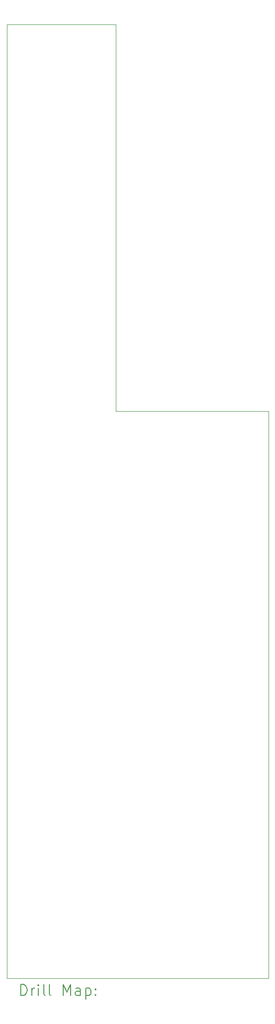
<source format=gbr>
%TF.GenerationSoftware,KiCad,Pcbnew,8.0.5*%
%TF.CreationDate,2024-12-03T23:42:28+01:00*%
%TF.ProjectId,DMH_Multiverter_PCB_Conn,444d485f-4d75-46c7-9469-766572746572,1*%
%TF.SameCoordinates,Original*%
%TF.FileFunction,Drillmap*%
%TF.FilePolarity,Positive*%
%FSLAX45Y45*%
G04 Gerber Fmt 4.5, Leading zero omitted, Abs format (unit mm)*
G04 Created by KiCad (PCBNEW 8.0.5) date 2024-12-03 23:42:28*
%MOMM*%
%LPD*%
G01*
G04 APERTURE LIST*
%ADD10C,0.100000*%
%ADD11C,0.200000*%
G04 APERTURE END LIST*
D10*
X7100000Y-11350000D02*
X9900000Y-11350000D01*
X5100000Y-21750000D02*
X5100000Y-4250000D01*
X5100000Y-4250000D02*
X7100000Y-4250000D01*
X7100000Y-4250000D02*
X7100000Y-11350000D01*
X9900000Y-11350000D02*
X9900000Y-21750000D01*
X9900000Y-21750000D02*
X5100000Y-21750000D01*
D11*
X5355777Y-22066484D02*
X5355777Y-21866484D01*
X5355777Y-21866484D02*
X5403396Y-21866484D01*
X5403396Y-21866484D02*
X5431967Y-21876008D01*
X5431967Y-21876008D02*
X5451015Y-21895055D01*
X5451015Y-21895055D02*
X5460539Y-21914103D01*
X5460539Y-21914103D02*
X5470063Y-21952198D01*
X5470063Y-21952198D02*
X5470063Y-21980770D01*
X5470063Y-21980770D02*
X5460539Y-22018865D01*
X5460539Y-22018865D02*
X5451015Y-22037912D01*
X5451015Y-22037912D02*
X5431967Y-22056960D01*
X5431967Y-22056960D02*
X5403396Y-22066484D01*
X5403396Y-22066484D02*
X5355777Y-22066484D01*
X5555777Y-22066484D02*
X5555777Y-21933150D01*
X5555777Y-21971246D02*
X5565301Y-21952198D01*
X5565301Y-21952198D02*
X5574824Y-21942674D01*
X5574824Y-21942674D02*
X5593872Y-21933150D01*
X5593872Y-21933150D02*
X5612920Y-21933150D01*
X5679586Y-22066484D02*
X5679586Y-21933150D01*
X5679586Y-21866484D02*
X5670062Y-21876008D01*
X5670062Y-21876008D02*
X5679586Y-21885531D01*
X5679586Y-21885531D02*
X5689110Y-21876008D01*
X5689110Y-21876008D02*
X5679586Y-21866484D01*
X5679586Y-21866484D02*
X5679586Y-21885531D01*
X5803396Y-22066484D02*
X5784348Y-22056960D01*
X5784348Y-22056960D02*
X5774824Y-22037912D01*
X5774824Y-22037912D02*
X5774824Y-21866484D01*
X5908158Y-22066484D02*
X5889110Y-22056960D01*
X5889110Y-22056960D02*
X5879586Y-22037912D01*
X5879586Y-22037912D02*
X5879586Y-21866484D01*
X6136729Y-22066484D02*
X6136729Y-21866484D01*
X6136729Y-21866484D02*
X6203396Y-22009341D01*
X6203396Y-22009341D02*
X6270062Y-21866484D01*
X6270062Y-21866484D02*
X6270062Y-22066484D01*
X6451015Y-22066484D02*
X6451015Y-21961722D01*
X6451015Y-21961722D02*
X6441491Y-21942674D01*
X6441491Y-21942674D02*
X6422443Y-21933150D01*
X6422443Y-21933150D02*
X6384348Y-21933150D01*
X6384348Y-21933150D02*
X6365301Y-21942674D01*
X6451015Y-22056960D02*
X6431967Y-22066484D01*
X6431967Y-22066484D02*
X6384348Y-22066484D01*
X6384348Y-22066484D02*
X6365301Y-22056960D01*
X6365301Y-22056960D02*
X6355777Y-22037912D01*
X6355777Y-22037912D02*
X6355777Y-22018865D01*
X6355777Y-22018865D02*
X6365301Y-21999817D01*
X6365301Y-21999817D02*
X6384348Y-21990293D01*
X6384348Y-21990293D02*
X6431967Y-21990293D01*
X6431967Y-21990293D02*
X6451015Y-21980770D01*
X6546253Y-21933150D02*
X6546253Y-22133150D01*
X6546253Y-21942674D02*
X6565301Y-21933150D01*
X6565301Y-21933150D02*
X6603396Y-21933150D01*
X6603396Y-21933150D02*
X6622443Y-21942674D01*
X6622443Y-21942674D02*
X6631967Y-21952198D01*
X6631967Y-21952198D02*
X6641491Y-21971246D01*
X6641491Y-21971246D02*
X6641491Y-22028389D01*
X6641491Y-22028389D02*
X6631967Y-22047436D01*
X6631967Y-22047436D02*
X6622443Y-22056960D01*
X6622443Y-22056960D02*
X6603396Y-22066484D01*
X6603396Y-22066484D02*
X6565301Y-22066484D01*
X6565301Y-22066484D02*
X6546253Y-22056960D01*
X6727205Y-22047436D02*
X6736729Y-22056960D01*
X6736729Y-22056960D02*
X6727205Y-22066484D01*
X6727205Y-22066484D02*
X6717682Y-22056960D01*
X6717682Y-22056960D02*
X6727205Y-22047436D01*
X6727205Y-22047436D02*
X6727205Y-22066484D01*
X6727205Y-21942674D02*
X6736729Y-21952198D01*
X6736729Y-21952198D02*
X6727205Y-21961722D01*
X6727205Y-21961722D02*
X6717682Y-21952198D01*
X6717682Y-21952198D02*
X6727205Y-21942674D01*
X6727205Y-21942674D02*
X6727205Y-21961722D01*
M02*

</source>
